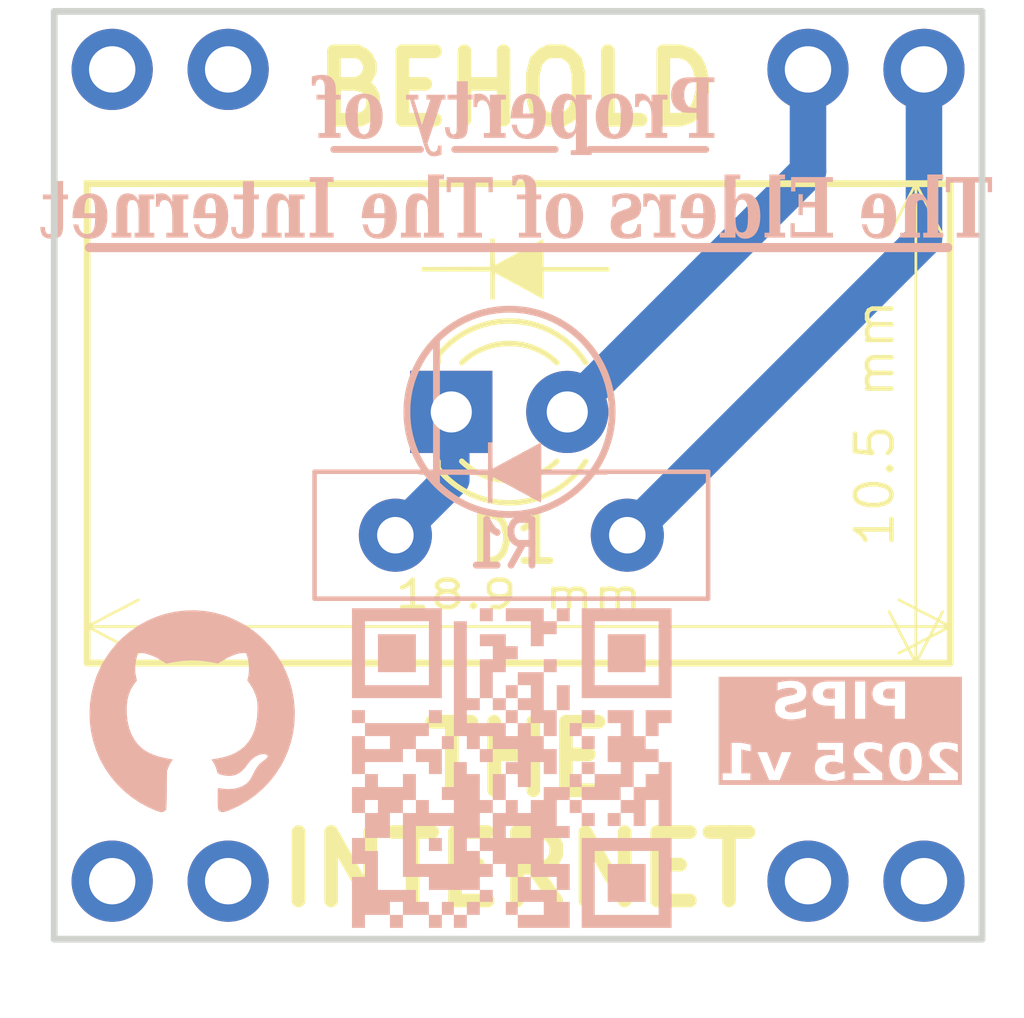
<source format=kicad_pcb>
(kicad_pcb (version 20240108) (generator "pcbnew") (generator_version "8.0")
  (layers (0 "F.Cu" signal) (31 "B.Cu" signal) (34 "B.Paste" user) (35 "F.Paste" user) (36 "B.SilkS" user "B.Silkscreen") (37 "F.SilkS" user "F.Silkscreen") (38 "B.Mask" user) (39 "F.Mask" user) (44 "Edge.Cuts" user))
  (net 0 "")
  (net 1 "Net-(D1-K)")
  (net 2 "Net-(D1-A)")
  (net 3 "Net-(R1-Pad1)")
  (footprint "minibadge_kicad:SAINTCON-Minibadge-Simple" (layer "F.Cu") (at 135.2075 85.1675)
    (property "Reference" "X1" (hide yes))
    (property "Value" "SAINTCON-Minibadge-Simple")
    (fp_line (start 0 0) (end 0 20.32) (stroke (width 0.15)) (layer "Edge.Cuts"))
    (fp_line (start 0 20.32) (end 20.32 20.32) (stroke (width 0.15)) (layer "Edge.Cuts"))
    (fp_line (start 20.32 0) (end 0 0) (stroke (width 0.15)) (layer "Edge.Cuts"))
    (fp_line (start 20.32 20.32) (end 20.32 0) (stroke (width 0.15)) (layer "Edge.Cuts"))
    (pad "1" thru_hole circle (at 1.27 1.27 90) (size 1.778 1.778) (drill 1.016) (layers "*.Cu" "*.Mask"))
    (pad "2" thru_hole circle (at 3.81 1.27 90) (size 1.778 1.778) (drill 1.016) (layers "*.Cu" "*.Mask"))
    (pad "7" thru_hole circle (at 16.51 1.27 90) (size 1.778 1.778) (drill 1.016) (layers "*.Cu" "*.Mask") (net 2 "Net-(D1-A)"))
    (pad "8" thru_hole circle (at 19.05 1.27 90) (size 1.778 1.778) (drill 1.016) (layers "*.Cu" "*.Mask") (net 3 "Net-(R1-Pad1)"))
    (pad "9" thru_hole circle (at 1.27 19.05 90) (size 1.778 1.778) (drill 1.016) (layers "*.Cu" "*.Mask"))
    (pad "10" thru_hole circle (at 3.81 19.05 90) (size 1.778 1.778) (drill 1.016) (layers "*.Cu" "*.Mask"))
    (pad "15" thru_hole circle (at 16.51 19.05 90) (size 1.778 1.778) (drill 1.016) (layers "*.Cu" "*.Mask"))
    (pad "16" thru_hole circle (at 19.05 19.05 90) (size 1.778 1.778) (drill 1.016) (layers "*.Cu" "*.Mask"))
  )
  (footprint "LOGO" (layer "F.Cu") (at 145.33 90.84 180)
    (property "Reference" "" (at 0.4 -0.4 0) (layer "F.SilkS") (effects (font (size 1.5 1.5) (thickness 0.3))))
    (property "Value" "" (hide yes))
    (fp_poly (pts (xy 0.571904 -0.329466) (xy 0.571904 -0.024865) (xy 1.324082 -0.024865) (xy 2.07626 -0.024865) (xy 2.07626 0.024769) (xy 2.07626 0.074402) (xy 1.32719 0.077608) (xy 0.57812 0.080813) (xy 0.574795 0.388522) (xy 0.571469 0.696231) (xy 0.521956 0.696231) (xy 0.472442 0.696231) (xy 0.472442 0.408949) (xy 0.472334 0.317247) (xy 0.47186 0.247542) (xy 0.470798 0.196967) (xy 0.468923 0.162652) (xy 0.466012 0.141731) (xy 0.46184 0.131335) (xy 0.456186 0.128596) (xy 0.450685 0.129899) (xy 0.435573 0.137395) (xy 0.40093 0.155595) (xy 0.349037 0.183269) (xy 0.282179 0.219188) (xy 0.202638 0.262122) (xy 0.112697 0.310844) (xy 0.014639 0.364123) (xy -0.071351 0.410965) (xy -0.173985 0.466792) (xy -0.27007 0.518778) (xy -0.357379 0.565736) (xy -0.433687 0.606483) (xy -0.496764 0.639834) (xy -0.544385 0.664604) (xy -0.574323 0.679609) (xy -0.5842 0.683799) (xy -0.588553 0.671511) (xy -0.59202 0.635198) (xy -0.594567 0.575686) (xy -0.59616 0.493801) (xy -0.596765 0.390369) (xy -0.59677 0.379198) (xy -0.59677 0.074597) (xy -1.317866 0.074597) (xy -2.038963 0.074597) (xy -2.038963 0.024866) (xy -2.038963 -0.024865) (xy -1.317866 -0.024865) (xy -0.59677 -0.024865) (xy -0.59677 -0.329466) (xy -0.596601 -0.413533) (xy -0.596127 -0.488712) (xy -0.595395 -0.55164) (xy -0.594453 -0.598954) (xy -0.593348 -0.627291) (xy -0.592441 -0.634067) (xy -0.580999 -0.628296) (xy -0.549869 -0.611751) (xy -0.501182 -0.585585) (xy -0.437069 -0.550951) (xy -0.359659 -0.509002) (xy -0.271083 -0.460891) (xy -0.173472 -0.40777) (xy -0.068956 -0.350794) (xy -0.064046 -0.348115) (xy 0.040804 -0.290973) (xy 0.138913 -0.237637) (xy 0.228141 -0.189261) (xy 0.306347 -0.146999) (xy 0.371391 -0.112006) (xy 0.421134 -0.085434) (xy 0.453436 -0.068439) (xy 0.466156 -0.062174) (xy 0.466231 -0.062163) (xy 0.467998 -0.074017) (xy 0.469569 -0.107266) (xy 0.470869 -0.158438) (xy 0.471823 -0.224064) (xy 0.472356 -0.300671) (xy 0.472442 -0.348115) (xy 0.472442 -0.634067) (xy 0.522173 -0.634067) (xy 0.571904 -0.634067)) (fill solid) (layer "F.SilkS"))
  )
  (footprint "LED_THT:LED_D3.0mm_FlatTop" (layer "F.Cu") (at 143.905 93.94)
    (property "Reference" "D1" (at 1.375 2.8 0) (layer "F.SilkS"))
    (property "Value" "RED LED")
    (fp_line (start -0.29 -1.236) (end -0.29 -1.08) (stroke (width 0.12)) (layer "F.SilkS"))
    (fp_line (start -0.29 1.08) (end -0.29 1.236) (stroke (width 0.12)) (layer "F.SilkS"))
    (fp_arc (start -0.29 -1.235516) (mid 1.366487 -1.987659) (end 2.942335 -1.078608) (stroke (width 0.12)) (layer "F.SilkS"))
    (fp_arc (start 0.229039 -1.08) (mid 1.270117 -1.5) (end 2.31113 -1.079837) (stroke (width 0.12)) (layer "F.SilkS"))
    (fp_arc (start 2.31113 1.079837) (mid 1.270117 1.5) (end 0.229039 1.08) (stroke (width 0.12)) (layer "F.SilkS"))
    (fp_arc (start 2.942335 1.078608) (mid 1.366487 1.987659) (end -0.29 1.235516) (stroke (width 0.12)) (layer "F.SilkS"))
    (pad "1" thru_hole rect (at 0 0) (size 1.8 1.8) (drill 0.9) (layers "*.Cu" "*.Mask") (net 1 "Net-(D1-K)"))
    (pad "2" thru_hole circle (at 2.54 0) (size 1.8 1.8) (drill 0.9) (layers "*.Cu" "*.Mask") (net 2 "Net-(D1-A)"))
  )
  (footprint "LOGO" (layer "B.Cu") (at 138.23 100.49 180)
    (property "Reference" "" (at 0 0 0) (layer "B.SilkS") (effects (font (size 1.5 1.5) (thickness 0.3)) (justify mirror)))
    (property "Value" "LOGO" (hide yes))
    (fp_poly (pts (xy 0.148369 2.202259) (xy 0.361262 2.177872) (xy 0.571155 2.133209) (xy 0.776486 2.068385) (xy 0.975694 1.983516) (xy 1.007427 1.967816) (xy 1.196194 1.861018) (xy 1.370835 1.739001) (xy 1.530941 1.603014) (xy 1.676103 1.454311) (xy 1.80591 1.294141) (xy 1.919954 1.123756) (xy 2.017826 0.944408) (xy 2.099115 0.757347) (xy 2.163413 0.563825) (xy 2.210311 0.365093) (xy 2.239398 0.162402) (xy 2.250266 -0.042997) (xy 2.242506 -0.249851) (xy 2.215707 -0.456911) (xy 2.169461 -0.662925) (xy 2.103358 -0.866641) (xy 2.016989 -1.066809) (xy 2.006892 -1.087241) (xy 1.903171 -1.271118) (xy 1.781584 -1.44497) (xy 1.643814 -1.60726) (xy 1.491547 -1.756451) (xy 1.326465 -1.891005) (xy 1.150254 -2.009387) (xy 0.964596 -2.11006) (xy 0.815121 -2.174986) (xy 0.766715 -2.192753) (xy 0.722746 -2.207015) (xy 0.688731 -2.216089) (xy 0.672584 -2.218481) (xy 0.629193 -2.210264) (xy 0.592556 -2.188402) (xy 0.569822 -2.157362) (xy 0.566171 -2.13701) (xy 0.562955 -2.095651) (xy 0.560189 -2.03371) (xy 0.557888 -1.95161) (xy 0.556065 -1.849776) (xy 0.554737 -1.728631) (xy 0.554668 -1.720127) (xy 0.551446 -1.31287) (xy 0.523883 -1.241442) (xy 0.503087 -1.194818) (xy 0.477377 -1.147035) (xy 0.457471 -1.115938) (xy 0.418621 -1.061863) (xy 0.458488 -1.055388) (xy 0.604597 -1.028189) (xy 0.73211 -0.996704) (xy 0.84361 -0.959956) (xy 0.941677 -0.916966) (xy 1.028894 -0.866756) (xy 1.10559 -0.810212) (xy 1.194207 -0.723434) (xy 1.269813 -0.620731) (xy 1.331858 -0.503618) (xy 1.379792 -0.373609) (xy 1.413064 -0.232221) (xy 1.431124 -0.080968) (xy 1.433422 0.078634) (xy 1.432935 0.091097) (xy 1.41978 0.226207) (xy 1.391857 0.34787) (xy 1.348143 0.459085) (xy 1.287613 0.562855) (xy 1.257862 0.603729) (xy 1.209708 0.666235) (xy 1.22641 0.73283) (xy 1.246729 0.856398) (xy 1.247761 0.985124) (xy 1.229689 1.115205) (xy 1.203118 1.213155) (xy 1.184262 1.27) (xy 1.1146 1.268267) (xy 1.038481 1.259009) (xy 0.951095 1.235599) (xy 0.855956 1.199413) (xy 0.756576 1.151824) (xy 0.656465 1.094207) (xy 0.635295 1.080713) (xy 0.568606 1.037444) (xy 0.431666 1.064893) (xy 0.218226 1.097388) (xy 0.006682 1.108723) (xy -0.204485 1.098898) (xy -0.416795 1.067915) (xy -0.430552 1.065193) (xy -0.566908 1.037785) (xy -0.613258 1.069675) (xy -0.667987 1.104162) (xy -0.734666 1.141396) (xy -0.806244 1.177822) (xy -0.87567 1.209883) (xy -0.935894 1.234024) (xy -0.946056 1.237536) (xy -1.011223 1.255248) (xy -1.075828 1.265856) (xy -1.101457 1.267671) (xy -1.173544 1.27) (xy -1.191583 1.232489) (xy -1.21216 1.175189) (xy -1.227665 1.102724) (xy -1.237723 1.020841) (xy -1.241961 0.935289) (xy -1.240003 0.851816) (xy -1.231474 0.77617) (xy -1.22372 0.739493) (xy -1.205696 0.669831) (xy -1.261249 0.591998) (xy -1.32937 0.483068) (xy -1.379875 0.370182) (xy -1.406065 0.286969) (xy -1.415792 0.247227) (xy -1.422475 0.20934) (xy -1.426607 0.167846) (xy -1.428685 0.117284) (xy -1.429201 0.052193) (xy -1.429141 0.032152) (xy -1.420651 -0.13868) (xy -1.396758 -0.294654) (xy -1.357408 -0.435876) (xy -1.302545 -0.562451) (xy -1.232114 -0.674486) (xy -1.146061 -0.772086) (xy -1.044331 -0.855356) (xy -0.932446 -0.921622) (xy -0.86607 -0.95239) (xy -0.797102 -0.978736) (xy -0.721544 -1.001782) (xy -0.635401 -1.02265) (xy -0.534678 -1.042461) (xy -0.452017 -1.056518) (xy -0.416397 -1.06228) (xy -0.442458 -1.096478) (xy -0.484406 -1.163176) (xy -0.51849 -1.239896) (xy -0.536626 -1.300979) (xy -0.545708 -1.336956) (xy -0.555868 -1.358496) (xy -0.571785 -1.372293) (xy -0.594173 -1.383303) (xy -0.652849 -1.402802) (xy -0.723194 -1.416501) (xy -0.795907 -1.423033) (xy -0.855326 -1.421687) (xy -0.942451 -1.403935) (xy -1.022825 -1.367228) (xy -1.097335 -1.310958) (xy -1.166862 -1.234516) (xy -1.205101 -1.18093) (xy -1.260951 -1.107881) (xy -1.323451 -1.046461) (xy -1.389903 -0.998179) (xy -1.457606 -0.964542) (xy -1.523862 -0.947057) (xy -1.58597 -0.947233) (xy -1.61215 -0.953575) (xy -1.640795 -0.967915) (xy -1.651749 -0.986829) (xy -1.644587 -1.011134) (xy -1.61888 -1.041651) (xy -1.574202 -1.079196) (xy -1.53007 -1.111025) (xy -1.47523 -1.157746) (xy -1.423302 -1.220813) (xy -1.372898 -1.302102) (xy -1.337652 -1.371116) (xy -1.312154 -1.421699) (xy -1.285369 -1.470042) (xy -1.260904 -1.509869) (xy -1.245983 -1.5307) (xy -1.180674 -1.594423) (xy -1.10017 -1.644978) (xy -1.006728 -1.681646) (xy -0.902604 -1.703705) (xy -0.790054 -1.710434) (xy -0.700831 -1.704915) (xy -0.652694 -1.699114) (xy -0.611644 -1.693458) (xy -0.582924 -1.688709) (xy -0.572861 -1.686295) (xy -0.567623 -1.686889) (xy -0.563681 -1.694872) (xy -0.56086 -1.712701) (xy -0.558987 -1.742836) (xy -0.557887 -1.787734) (xy -0.557386 -1.849853) (xy -0.557299 -1.906029) (xy -0.557629 -1.98971) (xy -0.558955 -2.054696) (xy -0.561786 -2.103722) (xy -0.566629 -2.139521) (xy -0.573991 -2.164829) (xy -0.584379 -2.18238) (xy -0.598301 -2.194907) (xy -0.61244 -2.203209) (xy -0.639944 -2.213654) (xy -0.670656 -2.21652) (xy -0.708282 -2.211205) (xy -0.756528 -2.197103) (xy -0.819101 -2.173611) (xy -0.835949 -2.166801) (xy -1.032326 -2.075334) (xy -1.218616 -1.965841) (xy -1.393445 -1.839589) (xy -1.555435 -1.697848) (xy -1.70321 -1.541886) (xy -1.835393 -1.372974) (xy -1.950608 -1.19238) (xy -2.006891 -1.087241) (xy -2.097104 -0.883585) (xy -2.166429 -0.675161) (xy -2.214818 -0.462183) (xy -2.242227 -0.244868) (xy -2.248608 -0.023429) (xy -2.247147 0.026793) (xy -2.227935 0.247754) (xy -2.188393 0.46306) (xy -2.12914 0.671608) (xy -2.050791 0.872296) (xy -1.953964 1.064019) (xy -1.839276 1.245676) (xy -1.707342 1.416161) (xy -1.558781 1.574373) (xy -1.394208 1.719209) (xy -1.236001 1.835144) (xy -1.167826 1.877449) (xy -1.085132 1.923383) (xy -0.993828 1.970077) (xy -0.89982 2.014659) (xy -0.809014 2.054257) (xy -0.727318 2.086) (xy -0.701983 2.094719) (xy -0.492701 2.152599) (xy -0.280175 2.189738) (xy -0.065964 2.206253)) (fill solid) (layer "B.SilkS"))
  )
  (footprint "Resistor_THT:R_Box_L8.4mm_W2.5mm_P5.08mm" (layer "B.Cu") (at 147.76 96.64 180)
    (property "Reference" "R1" (at 2.68 -0.2 0) (layer "B.SilkS") (effects (font (size 1 0.8)) (justify mirror)))
    (property "Value" "10Ω")
    (fp_line (start 6.85 1.39) (end -1.77 1.39) (stroke (width 0.1)) (layer "B.SilkS"))
    (fp_line (start 6.85 -1.39) (end 6.85 1.39) (stroke (width 0.1)) (layer "B.SilkS"))
    (fp_line (start 6.85 -1.39) (end -1.77 -1.39) (stroke (width 0.1)) (layer "B.SilkS"))
    (fp_line (start -1.77 -1.39) (end -1.77 1.39) (stroke (width 0.1)) (layer "B.SilkS"))
    (pad "1" thru_hole circle (at 0 0 180) (size 1.6 1.6) (drill 0.8) (layers "*.Cu" "*.Mask") (net 3 "Net-(R1-Pad1)"))
    (pad "2" thru_hole circle (at 5.08 0 180) (size 1.6 1.6) (drill 0.8) (layers "*.Cu" "*.Mask") (net 1 "Net-(D1-K)"))
  )
  (footprint "LOGO" (layer "B.Cu") (at 145.23 101.74 180)
    (property "Reference" "" (at 0.415676 0.131266 0) (layer "B.SilkS") (effects (font (size 1.5 1.5) (thickness 0.3)) (justify mirror)))
    (property "Value" "QRCODE" (hide yes))
    (fp_poly (pts (xy 2.931611 2.515934) (xy 2.931611 2.100258) (xy 2.515935 2.100258) (xy 2.100259 2.100258) (xy 2.100259 2.515934) (xy 2.100259 2.931611) (xy 2.515935 2.931611) (xy 2.931611 2.931611)) (fill solid) (layer "B.SilkS"))
    (fp_poly (pts (xy 1.815849 -1.673644) (xy 1.815849 -1.815849) (xy 1.673644 -1.815849) (xy 1.531439 -1.815849) (xy 1.531439 -1.673644) (xy 1.531439 -1.531439) (xy 1.673644 -1.531439) (xy 1.815849 -1.531439)) (fill solid) (layer "B.SilkS"))
    (fp_poly (pts (xy 0.700086 3.358226) (xy 0.700086 3.216021) (xy 0.557881 3.216021) (xy 0.415676 3.216021) (xy 0.415676 3.358226) (xy 0.415676 3.50043) (xy 0.557881 3.50043) (xy 0.700086 3.50043)) (fill solid) (layer "B.SilkS"))
    (fp_poly (pts (xy 0.700086 0.273471) (xy 0.700086 0.131266) (xy 0.557881 0.131266) (xy 0.415676 0.131266) (xy 0.415676 0.273471) (xy 0.415676 0.415676) (xy 0.557881 0.415676) (xy 0.700086 0.415676)) (fill solid) (layer "B.SilkS"))
    (fp_poly (pts (xy 0.131266 1.126701) (xy 0.131266 0.984496) (xy 0 0.984496) (xy -0.131266 0.984496) (xy -0.131266 1.126701) (xy -0.131266 1.268906) (xy 0 1.268906) (xy 0.131266 1.268906)) (fill solid) (layer "B.SilkS"))
    (fp_poly (pts (xy -0.700086 2.242463) (xy -0.700086 2.100258) (xy -0.842291 2.100258) (xy -0.984496 2.100258) (xy -0.984496 2.242463) (xy -0.984496 2.384668) (xy -0.842291 2.384668) (xy -0.700086 2.384668)) (fill solid) (layer "B.SilkS"))
    (fp_poly (pts (xy -1.531438 1.126701) (xy -1.531438 0.984496) (xy -1.673643 0.984496) (xy -1.815848 0.984496) (xy -1.815848 1.126701) (xy -1.815848 1.268906) (xy -1.673643 1.268906) (xy -1.531438 1.268906)) (fill solid) (layer "B.SilkS"))
    (fp_poly (pts (xy -2.100258 2.515934) (xy -2.100258 2.100258) (xy -2.515934 2.100258) (xy -2.931611 2.100258) (xy -2.931611 2.515934) (xy -2.931611 2.931611) (xy -2.515934 2.931611) (xy -2.100258 2.931611)) (fill solid) (layer "B.SilkS"))
    (fp_poly (pts (xy -2.100258 -1.126701) (xy -2.100258 -1.268906) (xy -2.242463 -1.268906) (xy -2.384668 -1.268906) (xy -2.384668 -1.126701) (xy -2.384668 -0.984496) (xy -2.242463 -0.984496) (xy -2.100258 -0.984496)) (fill solid) (layer "B.SilkS"))
    (fp_poly (pts (xy -2.100258 -2.515935) (xy -2.100258 -2.931611) (xy -2.515934 -2.931611) (xy -2.931611 -2.931611) (xy -2.931611 -2.515935) (xy -2.931611 -2.100259) (xy -2.515934 -2.100259) (xy -2.100258 -2.100259)) (fill solid) (layer "B.SilkS"))
    (fp_poly (pts (xy -1.268906 0.842291) (xy -1.268906 0.700086) (xy -1.400172 0.700086) (xy -1.531438 0.700086) (xy -1.531438 0.557881) (xy -1.531438 0.415676) (xy -1.673643 0.415676) (xy -1.815848 0.415676) (xy -1.815848 0.557881) (xy -1.815848 0.700086) (xy -1.673643 0.700086) (xy -1.531438 0.700086) (xy -1.531438 0.842291) (xy -1.531438 0.984496) (xy -1.400172 0.984496) (xy -1.268906 0.984496)) (fill solid) (layer "B.SilkS"))
    (fp_poly (pts (xy 3.500431 2.515934) (xy 3.500431 1.531438) (xy 2.515935 1.531438) (xy 1.531439 1.531438) (xy 1.531439 2.515934) (xy 1.815849 2.515934) (xy 1.815849 1.815848) (xy 2.515935 1.815848) (xy 3.216021 1.815848) (xy 3.216021 2.515934) (xy 3.216021 3.216021) (xy 2.515935 3.216021) (xy 1.815849 3.216021) (xy 1.815849 2.515934) (xy 1.531439 2.515934) (xy 1.531439 3.50043) (xy 2.515935 3.50043) (xy 3.500431 3.50043)) (fill solid) (layer "B.SilkS"))
    (fp_poly (pts (xy -1.531438 2.515934) (xy -1.531438 1.531438) (xy -2.515934 1.531438) (xy -3.50043 1.531438) (xy -3.50043 2.515934) (xy -3.216021 2.515934) (xy -3.216021 1.815848) (xy -2.515934 1.815848) (xy -1.815848 1.815848) (xy -1.815848 2.515934) (xy -1.815848 3.216021) (xy -2.515934 3.216021) (xy -3.216021 3.216021) (xy -3.216021 2.515934) (xy -3.50043 2.515934) (xy -3.50043 3.50043) (xy -2.515934 3.50043) (xy -1.531438 3.50043)) (fill solid) (layer "B.SilkS"))
    (fp_poly (pts (xy -1.531438 -2.515935) (xy -1.531438 -3.500431) (xy -2.515934 -3.500431) (xy -3.50043 -3.500431) (xy -3.50043 -2.515935) (xy -3.216021 -2.515935) (xy -3.216021 -3.216021) (xy -2.515934 -3.216021) (xy -1.815848 -3.216021) (xy -1.815848 -2.515935) (xy -1.815848 -1.815849) (xy -2.515934 -1.815849) (xy -3.216021 -1.815849) (xy -3.216021 -2.515935) (xy -3.50043 -2.515935) (xy -3.50043 -1.531439) (xy -2.515934 -1.531439) (xy -1.531438 -1.531439)) (fill solid) (layer "B.SilkS"))
    (fp_poly (pts (xy -0.984496 3.358226) (xy -0.984496 3.216021) (xy -0.842291 3.216021) (xy -0.700086 3.216021) (xy -0.700086 3.358226) (xy -0.700086 3.50043) (xy -0.28441 3.50043) (xy 0.131266 3.50043) (xy 0.131266 3.358226) (xy 0.131266 3.216021) (xy -0.142205 3.216021) (xy -0.415676 3.216021) (xy -0.415676 2.942549) (xy -0.415676 2.669078) (xy -0.557881 2.669078) (xy -0.700086 2.669078) (xy -0.700086 2.800344) (xy -0.700086 2.931611) (xy -0.842291 2.931611) (xy -0.984496 2.931611) (xy -0.984496 3.073816) (xy -0.984496 3.216021) (xy -1.126701 3.216021) (xy -1.268906 3.216021) (xy -1.268906 3.358226) (xy -1.268906 3.50043) (xy -1.126701 3.50043) (xy -0.984496 3.50043)) (fill solid) (layer "B.SilkS"))
    (fp_poly (pts (xy 3.500431 -1.815849) (xy 3.500431 -2.100259) (xy 3.358226 -2.100259) (xy 3.216021 -2.100259) (xy 3.216021 -2.242464) (xy 3.216021 -2.384669) (xy 3.358226 -2.384669) (xy 3.500431 -2.384669) (xy 3.500431 -2.94255) (xy 3.500431 -3.500431) (xy 3.358226 -3.500431) (xy 3.216021 -3.500431) (xy 3.216021 -3.358226) (xy 3.216021 -3.216021) (xy 2.94255 -3.216021) (xy 2.669079 -3.216021) (xy 2.669079 -3.358226) (xy 2.669079 -3.500431) (xy 2.526874 -3.500431) (xy 2.384669 -3.500431) (xy 2.384669 -3.358226) (xy 2.384669 -3.216021) (xy 2.100259 -3.216021) (xy 1.815849 -3.216021) (xy 1.815849 -3.358226) (xy 1.815849 -3.500431) (xy 1.673644 -3.500431) (xy 1.531439 -3.500431) (xy 1.531439 -3.358226) (xy 1.531439 -3.216021) (xy 1.400172 -3.216021) (xy 1.268906 -3.216021) (xy 1.268906 -3.358226) (xy 1.268906 -3.500431) (xy 1.126701 -3.500431) (xy 0.984496 -3.500431) (xy 0.984496 -3.358226) (xy 0.984496 -3.216021) (xy 0.842291 -3.216021) (xy 0.700086 -3.216021) (xy 0.700086 -3.073816) (xy 0.700086 -2.931611) (xy 0.842291 -2.931611) (xy 0.984496 -2.931611) (xy 0.984496 -3.073816) (xy 0.984496 -3.216021) (xy 1.126701 -3.216021) (xy 1.268906 -3.216021) (xy 1.268906 -3.073816) (xy 1.268906 -2.931611) (xy 1.400172 -2.931611) (xy 1.531439 -2.931611) (xy 1.531439 -3.073816) (xy 1.531439 -3.216021) (xy 1.673644 -3.216021) (xy 1.815849 -3.216021) (xy 1.815849 -3.073816) (xy 2.384669 -3.073816) (xy 2.384669 -3.216021) (xy 2.526874 -3.216021) (xy 2.669079 -3.216021) (xy 2.669079 -3.073816) (xy 2.669079 -2.931611) (xy 2.526874 -2.931611) (xy 2.384669 -2.931611) (xy 2.384669 -3.073816) (xy 1.815849 -3.073816) (xy 1.815849 -2.931611) (xy 1.958054 -2.931611) (xy 2.100259 -2.931611) (xy 2.100259 -2.800345) (xy 2.100259 -2.669079) (xy 2.515935 -2.669079) (xy 2.931611 -2.669079) (xy 2.931611 -2.242464) (xy 2.931611 -1.815849) (xy 3.073816 -1.815849) (xy 3.216021 -1.815849) (xy 3.216021 -1.673644) (xy 3.216021 -1.531439) (xy 3.358226 -1.531439) (xy 3.500431 -1.531439)) (fill solid) (layer "B.SilkS"))
    (fp_poly (pts (xy 1.268906 1.958053) (xy 1.268906 0.700086) (xy 1.126701 0.700086) (xy 0.984496 0.700086) (xy 0.984496 0.557881) (xy 0.984496 0.415676) (xy 0.842291 0.415676) (xy 0.700086 0.415676) (xy 0.700086 0.557881) (xy 0.700086 0.700086) (xy 0.557881 0.700086) (xy 0.415676 0.700086) (xy 0.415676 0.557881) (xy 0.415676 0.415676) (xy 0.142205 0.415676) (xy -0.131266 0.415676) (xy -0.131266 0.273471) (xy -0.131266 0.131266) (xy 0 0.131266) (xy 0.131266 0.131266) (xy 0.131266 0) (xy 0.131266 -0.131266) (xy 0 -0.131266) (xy -0.131266 -0.131266) (xy -0.131266 -0.273471) (xy -0.131266 -0.415676) (xy -0.273471 -0.415676) (xy -0.415676 -0.415676) (xy -0.415676 -0.142205) (xy -0.415676 0.131266) (xy -0.557881 0.131266) (xy -0.700086 0.131266) (xy -0.700086 0) (xy -0.700086 -0.131266) (xy -0.842291 -0.131266) (xy -0.984496 -0.131266) (xy -0.984496 0.142205) (xy -0.984496 0.415676) (xy -0.842291 0.415676) (xy -0.700086 0.415676) (xy -0.700086 0.557881) (xy -0.700086 0.700086) (xy -0.842291 0.700086) (xy -0.984496 0.700086) (xy -0.984496 0.984496) (xy -0.700086 0.984496) (xy -0.700086 0.842291) (xy -0.700086 0.700086) (xy -0.557881 0.700086) (xy -0.415676 0.700086) (xy -0.415676 0.842291) (xy -0.415676 0.984496) (xy -0.273471 0.984496) (xy -0.131266 0.984496) (xy -0.131266 0.842291) (xy -0.131266 0.700086) (xy 0 0.700086) (xy 0.131266 0.700086) (xy 0.131266 0.842291) (xy 0.131266 0.984496) (xy 0.557881 0.984496) (xy 0.984496 0.984496) (xy 0.984496 1.126701) (xy 0.984496 1.268906) (xy 0.842291 1.268906) (xy 0.700086 1.268906) (xy 0.700086 1.400172) (xy 0.700086 1.531438) (xy 0.557881 1.531438) (xy 0.415676 1.531438) (xy 0.415676 1.400172) (xy 0.415676 1.268906) (xy 0.273471 1.268906) (xy 0.131266 1.268906) (xy 0.131266 1.400172) (xy 0.131266 1.531438) (xy 0 1.531438) (xy -0.131266 1.531438) (xy -0.131266 1.400172) (xy -0.131266 1.268906) (xy -0.273471 1.268906) (xy -0.415676 1.268906) (xy -0.415676 1.126701) (xy -0.415676 0.984496) (xy -0.557881 0.984496) (xy -0.700086 0.984496) (xy -0.984496 0.984496) (xy -0.984496 1.268906) (xy -1.126701 1.268906) (xy -1.268906 1.268906) (xy -1.268906 1.542377) (xy -1.268906 1.815848) (xy -1.126701 1.815848) (xy -0.984496 1.815848) (xy -0.984496 1.542377) (xy -0.984496 1.268906) (xy -0.842291 1.268906) (xy -0.700086 1.268906) (xy -0.700086 1.684582) (xy -0.700086 2.100258) (xy -0.415676 2.100258) (xy -0.131266 2.100258) (xy -0.131266 1.958053) (xy -0.131266 1.815848) (xy -0.273471 1.815848) (xy -0.415676 1.815848) (xy -0.415676 1.673643) (xy -0.415676 1.531438) (xy -0.273471 1.531438) (xy -0.131266 1.531438) (xy -0.131266 1.673643) (xy -0.131266 1.815848) (xy 0 1.815848) (xy 0.131266 1.815848) (xy 0.131266 1.673643) (xy 0.131266 1.531438) (xy 0.273471 1.531438) (xy 0.415676 1.531438) (xy 0.415676 1.815848) (xy 0.415676 2.100258) (xy 0.273471 2.100258) (xy 0.131266 2.100258) (xy 0.131266 2.242463) (xy 0.131266 2.384668) (xy 0 2.384668) (xy -0.131266 2.384668) (xy -0.131266 2.526873) (xy -0.131266 2.669078) (xy 0 2.669078) (xy 0.131266 2.669078) (xy 0.131266 2.800344) (xy 0.131266 2.931611) (xy 0.415676 2.931611) (xy 0.700086 2.931611) (xy 0.700086 2.800344) (xy 0.700086 2.669078) (xy 0.557881 2.669078) (xy 0.415676 2.669078) (xy 0.415676 2.526873) (xy 0.415676 2.384668) (xy 0.557881 2.384668) (xy 0.700086 2.384668) (xy 0.700086 1.958053) (xy 0.700086 1.531438) (xy 0.842291 1.531438) (xy 0.984496 1.531438) (xy 0.984496 2.373729) (xy 0.984496 3.216021) (xy 1.126701 3.216021) (xy 1.268906 3.216021)) (fill solid) (layer "B.SilkS"))
    (fp_poly (pts (xy -2.931611 0.984496) (xy -2.931611 0.700086) (xy -2.800344 0.700086) (xy -2.669078 0.700086) (xy -2.669078 0.984496) (xy -2.669078 1.268906) (xy -2.384668 1.268906) (xy -2.100258 1.268906) (xy -2.100258 1.126701) (xy -2.100258 0.984496) (xy -2.242463 0.984496) (xy -2.384668 0.984496) (xy -2.384668 0.842291) (xy -2.384668 0.700086) (xy -2.242463 0.700086) (xy -2.100258 0.700086) (xy -2.100258 0.415676) (xy -2.100258 0.131266) (xy -2.242463 0.131266) (xy -2.384668 0.131266) (xy -2.384668 0) (xy -2.384668 -0.131266) (xy -2.100258 -0.131266) (xy -1.815848 -0.131266) (xy -1.815848 0) (xy -1.815848 0.131266) (xy -1.673643 0.131266) (xy -1.531438 0.131266) (xy -1.531438 0) (xy -1.531438 -0.131266) (xy -1.673643 -0.131266) (xy -1.815848 -0.131266) (xy -1.815848 -0.273471) (xy -1.815848 -0.415676) (xy -1.673643 -0.415676) (xy -1.531438 -0.415676) (xy -1.531438 -0.273471) (xy -1.531438 -0.131266) (xy -1.400172 -0.131266) (xy -1.268906 -0.131266) (xy -1.268906 -0.273471) (xy -1.268906 -0.415676) (xy -1.400172 -0.415676) (xy -1.531438 -0.415676) (xy -1.531438 -0.557881) (xy -1.531438 -0.700086) (xy -1.400172 -0.700086) (xy -1.268906 -0.700086) (xy -1.268906 -0.557881) (xy -1.268906 -0.415676) (xy -0.984496 -0.415676) (xy -0.700086 -0.415676) (xy -0.700086 -0.557881) (xy -0.700086 -0.700086) (xy -0.557881 -0.700086) (xy -0.415676 -0.700086) (xy -0.415676 -0.842291) (xy -0.415676 -0.984496) (xy -0.273471 -0.984496) (xy -0.131266 -0.984496) (xy -0.131266 -0.842291) (xy -0.131266 -0.700086) (xy 0 -0.700086) (xy 0.131266 -0.700086) (xy 0.131266 -0.415676) (xy 0.131266 -0.131266) (xy 0.273471 -0.131266) (xy 0.415676 -0.131266) (xy 0.415676 -0.415676) (xy 0.415676 -0.700086) (xy 0.273471 -0.700086) (xy 0.131266 -0.700086) (xy 0.131266 -0.842291) (xy 0.131266 -0.984496) (xy 0.273471 -0.984496) (xy 0.415676 -0.984496) (xy 0.415676 -0.842291) (xy 0.415676 -0.700086) (xy 0.557881 -0.700086) (xy 0.700086 -0.700086) (xy 0.700086 -0.415676) (xy 0.700086 -0.131266) (xy 0.842291 -0.131266) (xy 0.984496 -0.131266) (xy 0.984496 0) (xy 0.984496 0.131266) (xy 1.126701 0.131266) (xy 1.268906 0.131266) (xy 1.268906 -0.142205) (xy 1.268906 -0.415676) (xy 1.400172 -0.415676) (xy 1.531439 -0.415676) (xy 1.531439 -0.557881) (xy 1.531439 -0.700086) (xy 1.400172 -0.700086) (xy 1.268906 -0.700086) (xy 1.268906 -0.842291) (xy 1.268906 -0.984496) (xy 1.542377 -0.984496) (xy 1.815849 -0.984496) (xy 1.815849 -0.842291) (xy 2.100259 -0.842291) (xy 2.100259 -0.984496) (xy 2.242464 -0.984496) (xy 2.384669 -0.984496) (xy 2.384669 -0.842291) (xy 2.931611 -0.842291) (xy 2.931611 -0.984496) (xy 3.073816 -0.984496) (xy 3.216021 -0.984496) (xy 3.216021 -0.842291) (xy 3.216021 -0.700086) (xy 3.073816 -0.700086) (xy 2.931611 -0.700086) (xy 2.931611 -0.842291) (xy 2.384669 -0.842291) (xy 2.384669 -0.700086) (xy 2.242464 -0.700086) (xy 2.100259 -0.700086) (xy 2.100259 -0.842291) (xy 1.815849 -0.842291) (xy 1.815849 -0.700086) (xy 1.958054 -0.700086) (xy 2.100259 -0.700086) (xy 2.100259 -0.415676) (xy 2.100259 -0.131266) (xy 2.242464 -0.131266) (xy 2.384669 -0.131266) (xy 2.384669 -0.273471) (xy 2.384669 -0.415676) (xy 2.65814 -0.415676) (xy 2.931611 -0.415676) (xy 2.931611 -0.273471) (xy 2.931611 -0.131266) (xy 3.073816 -0.131266) (xy 3.216021 -0.131266) (xy 3.216021 0) (xy 3.216021 0.131266) (xy 2.800345 0.131266) (xy 2.384669 0.131266) (xy 2.384669 0.273471) (xy 2.384669 0.415676) (xy 2.242464 0.415676) (xy 2.100259 0.415676) (xy 2.100259 0.273471) (xy 2.100259 0.131266) (xy 1.958054 0.131266) (xy 1.815849 0.131266) (xy 1.815849 0) (xy 1.815849 -0.131266) (xy 1.673644 -0.131266) (xy 1.531439 -0.131266) (xy 1.531439 0.142205) (xy 1.531439 0.415676) (xy 1.400172 0.415676) (xy 1.268906 0.415676) (xy 1.268906 0.557881) (xy 1.268906 0.700086) (xy 1.400172 0.700086) (xy 1.531439 0.700086) (xy 1.531439 0.557881) (xy 1.531439 0.415676) (xy 1.815849 0.415676) (xy 2.100259 0.415676) (xy 2.100259 0.557881) (xy 2.100259 0.700086) (xy 1.958054 0.700086) (xy 1.815849 0.700086) (xy 1.815849 0.842291) (xy 1.815849 0.984496) (xy 1.673644 0.984496) (xy 1.531439 0.984496) (xy 1.531439 1.126701) (xy 1.531439 1.268906) (xy 1.673644 1.268906) (xy 1.815849 1.268906) (xy 1.815849 1.126701) (xy 1.815849 0.984496) (xy 2.515935 0.984496) (xy 3.216021 0.984496) (xy 3.216021 1.126701) (xy 3.216021 1.268906) (xy 3.358226 1.268906) (xy 3.500431 1.268906) (xy 3.500431 1.126701) (xy 3.500431 0.984496) (xy 3.358226 0.984496) (xy 3.216021 0.984496) (xy 3.216021 0.842291) (xy 3.216021 0.700086) (xy 2.94255 0.700086) (xy 2.669079 0.700086) (xy 2.669079 0.557881) (xy 2.669079 0.415676) (xy 2.94255 0.415676) (xy 3.216021 0.415676) (xy 3.216021 0.557881) (xy 3.216021 0.700086) (xy 3.358226 0.700086) (xy 3.500431 0.700086) (xy 3.500431 0.28441) (xy 3.500431 -0.131266) (xy 3.358226 -0.131266) (xy 3.216021 -0.131266) (xy 3.216021 -0.273471) (xy 3.216021 -0.415676) (xy 3.358226 -0.415676) (xy 3.500431 -0.415676) (xy 3.500431 -0.700086) (xy 3.500431 -0.984496) (xy 3.358226 -0.984496) (xy 3.216021 -0.984496) (xy 3.216021 -1.257967) (xy 3.216021 -1.531439) (xy 2.94255 -1.531439) (xy 2.669079 -1.531439) (xy 2.669079 -1.257967) (xy 2.669079 -0.984496) (xy 2.526874 -0.984496) (xy 2.384669 -0.984496) (xy 2.384669 -1.684582) (xy 2.384669 -2.384669) (xy 2.100259 -2.384669) (xy 1.815849 -2.384669) (xy 1.815849 -2.526874) (xy 1.815849 -2.669079) (xy 1.257967 -2.669079) (xy 0.700086 -2.669079) (xy 0.700086 -2.800345) (xy 0.700086 -2.931611) (xy 0.557881 -2.931611) (xy 0.415676 -2.931611) (xy 0.415676 -2.800345) (xy 0.415676 -2.669079) (xy 0.557881 -2.669079) (xy 0.700086 -2.669079) (xy 0.700086 -2.526874) (xy 0.700086 -2.384669) (xy 0.557881 -2.384669) (xy 0.415676 -2.384669) (xy 0.415676 -2.242464) (xy 0.415676 -2.100259) (xy 0.273471 -2.100259) (xy 0.131266 -2.100259) (xy 0.131266 -2.242464) (xy 0.131266 -2.384669) (xy 0 -2.384669) (xy -0.131266 -2.384669) (xy -0.131266 -2.65814) (xy -0.131266 -2.931611) (xy -0.415676 -2.931611) (xy -0.700086 -2.931611) (xy -0.700086 -3.073816) (xy -0.700086 -3.216021) (xy -0.415676 -3.216021) (xy -0.131266 -3.216021) (xy -0.131266 -3.073816) (xy -0.131266 -2.931611) (xy 0 -2.931611) (xy 0.131266 -2.931611) (xy 0.131266 -3.073816) (xy 0.131266 -3.216021) (xy 0 -3.216021) (xy -0.131266 -3.216021) (xy -0.131266 -3.358226) (xy -0.131266 -3.500431) (xy -0.700086 -3.500431) (xy -1.268906 -3.500431) (xy -1.268906 -3.216021) (xy -1.268906 -2.931611) (xy -1.126701 -2.931611) (xy -0.984496 -2.931611) (xy -0.984496 -2.800345) (xy -0.984496 -2.669079) (xy -1.126701 -2.669079) (xy -1.268906 -2.669079) (xy -1.268906 -2.384669) (xy -0.984496 -2.384669) (xy -0.984496 -2.526874) (xy -0.984496 -2.669079) (xy -0.700086 -2.669079) (xy -0.415676 -2.669079) (xy -0.415676 -2.526874) (xy -0.415676 -2.384669) (xy -0.273471 -2.384669) (xy -0.131266 -2.384669) (xy -0.131266 -2.242464) (xy -0.131266 -2.100259) (xy -0.273471 -2.100259) (xy -0.415676 -2.100259) (xy -0.415676 -2.242464) (xy -0.415676 -2.384669) (xy -0.700086 -2.384669) (xy -0.984496 -2.384669) (xy -1.268906 -2.384669) (xy -1.268906 -2.100259) (xy -0.984496 -2.100259) (xy -0.700086 -2.100259) (xy -0.700086 -1.815849) (xy 0.415676 -1.815849) (xy 0.415676 -1.958054) (xy 0.415676 -2.100259) (xy 0.557881 -2.100259) (xy 0.700086 -2.100259) (xy 0.700086 -1.958054) (xy 0.700086 -1.815849) (xy 0.842291 -1.815849) (xy 0.984496 -1.815849) (xy 0.984496 -1.684582) (xy 1.268906 -1.684582) (xy 1.268906 -2.100259) (xy 1.684582 -2.100259) (xy 2.100259 -2.100259) (xy 2.100259 -1.684582) (xy 2.100259 -1.268906) (xy 1.684582 -1.268906) (xy 1.268906 -1.268906) (xy 1.268906 -1.684582) (xy 0.984496 -1.684582) (xy 0.984496 -1.673644) (xy 0.984496 -1.531439) (xy 0.842291 -1.531439) (xy 0.700086 -1.531439) (xy 0.700086 -1.673644) (xy 0.700086 -1.815849) (xy 0.557881 -1.815849) (xy 0.415676 -1.815849) (xy -0.700086 -1.815849) (xy -0.700086 -1.531439) (xy -0.984496 -1.531439) (xy -1.268906 -1.531439) (xy -1.268906 -1.400172) (xy -0.415676 -1.400172) (xy -0.415676 -1.531439) (xy -0.142205 -1.531439) (xy 0.131266 -1.531439) (xy 0.131266 -1.400172) (xy 0.131266 -1.268906) (xy -0.142205 -1.268906) (xy -0.415676 -1.268906) (xy -0.415676 -1.400172) (xy -1.268906 -1.400172) (xy -1.268906 -1.268906) (xy -1.126701 -1.268906) (xy -0.984496 -1.268906) (xy -0.984496 -1.257967) (xy 0.415676 -1.257967) (xy 0.415676 -1.531439) (xy 0.557881 -1.531439) (xy 0.700086 -1.531439) (xy 0.700086 -1.257967) (xy 0.700086 -0.984496) (xy 0.557881 -0.984496) (xy 0.415676 -0.984496) (xy 0.415676 -1.257967) (xy -0.984496 -1.257967) (xy -0.984496 -0.984496) (xy -0.984496 -0.700086) (xy -1.126701 -0.700086) (xy -1.268906 -0.700086) (xy -1.268906 -0.842291) (xy -1.268906 -0.984496) (xy -1.400172 -0.984496) (xy -1.531438 -0.984496) (xy -1.531438 -1.126701) (xy -1.531438 -1.268906) (xy -1.673643 -1.268906) (xy -1.815848 -1.268906) (xy -1.815848 -1.126701) (xy -1.815848 -0.984496) (xy -1.673643 -0.984496) (xy -1.531438 -0.984496) (xy -1.531438 -0.842291) (xy -1.531438 -0.700086) (xy -1.958053 -0.700086) (xy -2.384668 -0.700086) (xy -2.384668 -0.842291) (xy -2.384668 -0.984496) (xy -2.526873 -0.984496) (xy -2.669078 -0.984496) (xy -2.669078 -1.126701) (xy -2.669078 -1.268906) (xy -2.800344 -1.268906) (xy -2.931611 -1.268906) (xy -2.931611 -0.984496) (xy -2.931611 -0.700086) (xy -3.073816 -0.700086) (xy -3.216021 -0.700086) (xy -3.216021 -0.984496) (xy -3.216021 -1.268906) (xy -3.358226 -1.268906) (xy -3.50043 -1.268906) (xy -3.50043 -0.56882) (xy -3.50043 -0.557881) (xy -2.669078 -0.557881) (xy -2.669078 -0.700086) (xy -2.526873 -0.700086) (xy -2.384668 -0.700086) (xy -2.384668 -0.557881) (xy -2.384668 -0.415676) (xy -2.526873 -0.415676) (xy -2.669078 -0.415676) (xy -2.669078 -0.557881) (xy -3.50043 -0.557881) (xy -3.50043 0) (xy -3.216021 0) (xy -3.216021 -0.131266) (xy -3.073816 -0.131266) (xy -2.931611 -0.131266) (xy -2.931611 -0.273471) (xy -2.931611 -0.415676) (xy -2.800344 -0.415676) (xy -2.669078 -0.415676) (xy -2.669078 -0.142205) (xy -2.669078 0.131266) (xy -2.942549 0.131266) (xy -3.216021 0.131266) (xy -3.216021 0) (xy -3.50043 0) (xy -3.50043 0.131266) (xy -3.358226 0.131266) (xy -3.216021 0.131266) (xy -3.216021 0.273471) (xy -3.216021 0.415676) (xy -3.073816 0.415676) (xy -2.931611 0.415676) (xy -2.931611 0.557881) (xy -2.931611 0.700086) (xy -3.073816 0.700086) (xy -3.216021 0.700086) (xy -3.216021 0.842291) (xy -3.216021 0.984496) (xy -3.358226 0.984496) (xy -3.50043 0.984496) (xy -3.50043 1.126701) (xy -3.50043 1.268906) (xy -3.216021 1.268906) (xy -2.931611 1.268906)) (fill solid) (layer "B.SilkS"))
  )
  (footprint "LOGO" (layer "B.Cu") (at 145.28 95.24 180)
    (property "Reference" "" (at 0.4 0.4 0) (layer "B.SilkS") (effects (font (size 1.5 1.5) (thickness 0.3)) (justify mirror)))
    (property "Value" "" (hide yes))
    (fp_poly (pts (xy 0.571904 0.329466) (xy 0.571904 0.024865) (xy 1.324082 0.024865) (xy 2.07626 0.024865) (xy 2.07626 -0.024769) (xy 2.07626 -0.074402) (xy 1.32719 -0.077608) (xy 0.57812 -0.080813) (xy 0.574795 -0.388522) (xy 0.571469 -0.696231) (xy 0.521956 -0.696231) (xy 0.472442 -0.696231) (xy 0.472442 -0.408949) (xy 0.472334 -0.317247) (xy 0.47186 -0.247542) (xy 0.470798 -0.196967) (xy 0.468923 -0.162652) (xy 0.466012 -0.141731) (xy 0.46184 -0.131335) (xy 0.456186 -0.128596) (xy 0.450685 -0.129899) (xy 0.435573 -0.137395) (xy 0.40093 -0.155595) (xy 0.349037 -0.183269) (xy 0.282179 -0.219188) (xy 0.202638 -0.262122) (xy 0.112697 -0.310844) (xy 0.014639 -0.364123) (xy -0.071351 -0.410965) (xy -0.173985 -0.466792) (xy -0.27007 -0.518778) (xy -0.357379 -0.565736) (xy -0.433687 -0.606483) (xy -0.496764 -0.639834) (xy -0.544385 -0.664604) (xy -0.574323 -0.679609) (xy -0.5842 -0.683799) (xy -0.588553 -0.671511) (xy -0.59202 -0.635198) (xy -0.594567 -0.575686) (xy -0.59616 -0.493801) (xy -0.596765 -0.390369) (xy -0.59677 -0.379198) (xy -0.59677 -0.074597) (xy -1.317866 -0.074597) (xy -2.038963 -0.074597) (xy -2.038963 -0.024866) (xy -2.038963 0.024865) (xy -1.317866 0.024865) (xy -0.59677 0.024865) (xy -0.59677 0.329466) (xy -0.596601 0.413533) (xy -0.596127 0.488712) (xy -0.595395 0.55164) (xy -0.594453 0.598954) (xy -0.593348 0.627291) (xy -0.592441 0.634067) (xy -0.580999 0.628296) (xy -0.549869 0.611751) (xy -0.501182 0.585585) (xy -0.437069 0.550951) (xy -0.359659 0.509002) (xy -0.271083 0.460891) (xy -0.173472 0.40777) (xy -0.068956 0.350794) (xy -0.064046 0.348115) (xy 0.040804 0.290973) (xy 0.138913 0.237637) (xy 0.228141 0.189261) (xy 0.306347 0.146999) (xy 0.371391 0.112006) (xy 0.421134 0.085434) (xy 0.453436 0.068439) (xy 0.466156 0.062174) (xy 0.466231 0.062163) (xy 0.467998 0.074017) (xy 0.469569 0.107266) (xy 0.470869 0.158438) (xy 0.471823 0.224064) (xy 0.472356 0.300671) (xy 0.472442 0.348115) (xy 0.472442 0.634067) (xy 0.522173 0.634067) (xy 0.571904 0.634067)) (fill solid) (layer "B.SilkS"))
  )
  (gr_line (start 135.98 90.34) (end 154.78 90.34) (stroke (width 0.2)) (layer "B.SilkS"))
  (gr_line (start 141.33 88.19) (end 143.23 88.19) (stroke (width 0.15)) (layer "B.SilkS"))
  (gr_line (start 146.93 88.19) (end 149.48 88.19) (stroke (width 0.15)) (layer "B.SilkS"))
  (gr_line (start 143.58 95.49) (end 143.58 92.39) (stroke (width 0.15)) (layer "B.SilkS"))
  (gr_line (start 143.98 88.19) (end 146.18 88.19) (stroke (width 0.15)) (layer "B.SilkS"))
  (gr_circle (center 145.18 93.93846) (end 147.42846 93.93846) (stroke (width 0.15)) (fill none) (layer "B.SilkS"))
  (gr_rect (start 135.93 88.94) (end 154.83 99.44) (stroke (width 0.15)) (fill none) (layer "F.SilkS"))
  (gr_text "Property of\nThe Elders of The Internet" (at 145.33 88.49 0) (layer "B.SilkS") (effects (font (size 1.3 1) (thickness 0.3) (bold yes)) (justify mirror)))
  (gr_text "PIPS\n2025 v1" (at 152.43 102.14 0) (layer "B.SilkS" knockout) (effects (font (size 0.8 0.85)) (justify bottom mirror)))
  (gr_text "BEHOLD" (at 140.78 87.74 0) (layer "F.SilkS") (effects (font (size 1.5 1.5) (thickness 0.3) (bold yes)) (justify left bottom)))
  (gr_text "THE\nINTERNET" (at 145.38 104.84 0) (layer "F.SilkS") (effects (font (size 1.5 1.5) (thickness 0.3) (bold yes)) (justify bottom)))
  (dimension (type aligned) (layer "F.SilkS") (pts (xy 154.83 88.94) (xy 154.83 99.44)) (height 0.75) (gr_text "10.5 mm" (at 153.18 94.19 90) (layer "F.SilkS") (effects (font (size 0.8 0.8) (thickness 0.1)))) (format (prefix "") (suffix "") (units 3) (units_format 1) (precision 4) suppress_zeroes) (style (thickness 0.06) (arrow_length 1.27) (text_position_mode 0) (extension_height 0.58642) (extension_offset 0.5) keep_text_aligned))
  (dimension (type aligned) (layer "F.SilkS") (pts (xy 135.93 99.44) (xy 154.83 99.44)) (height -0.8) (gr_text "18.9 mm" (at 145.38 97.94 0) (layer "F.SilkS") (effects (font (size 0.6 0.8) (thickness 0.1)))) (format (prefix "") (suffix "") (units 3) (units_format 1) (precision 4) suppress_zeroes) (style (thickness 0.06) (arrow_length 1.27) (text_position_mode 0) (extension_height 0.58642) (extension_offset 0.5) keep_text_aligned))
  (segment (start 143.905 93.94) (end 143.905 95.415) (width 0.8) (layer "B.Cu") (net 1))
  (segment (start 143.905 95.415) (end 142.68 96.64) (width 0.8) (layer "B.Cu") (net 1))
  (segment (start 151.7175 86.4375) (end 151.7175 88.6675) (width 0.8) (layer "B.Cu") (net 2))
  (segment (start 151.7175 88.6675) (end 146.445 93.94) (width 0.8) (layer "B.Cu") (net 2))
  (segment (start 154.2575 90.1425) (end 154.2575 86.4375) (width 0.8) (layer "B.Cu") (net 3))
  (segment (start 147.76 96.64) (end 154.2575 90.1425) (width 0.8) (layer "B.Cu") (net 3))
)
</source>
